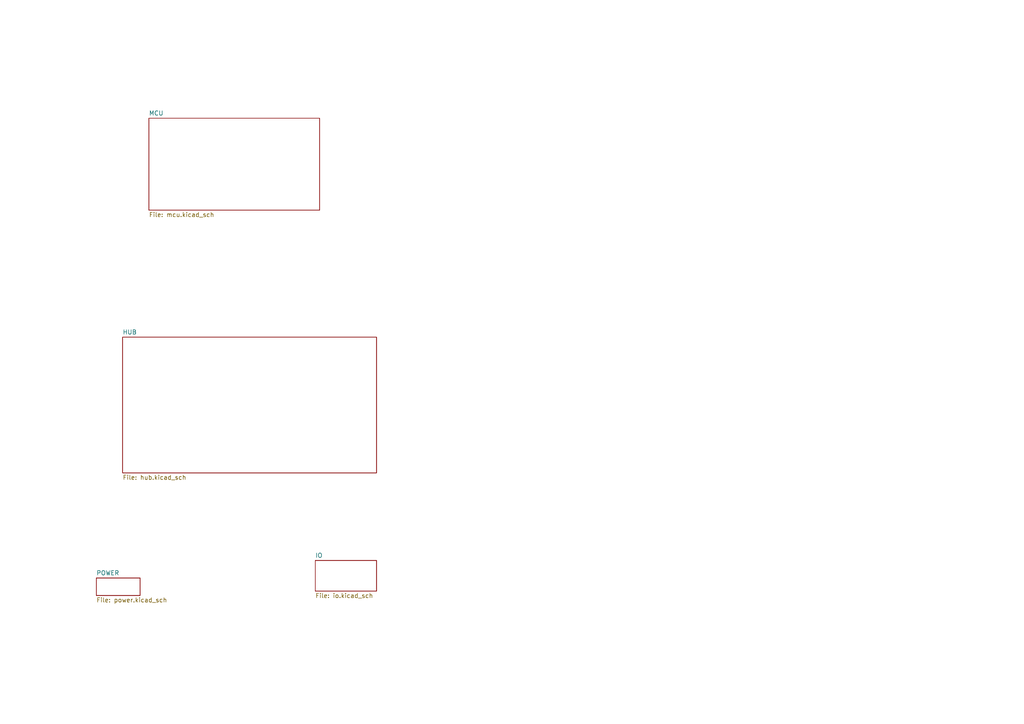
<source format=kicad_sch>
(kicad_sch
	(version 20250114)
	(generator "eeschema")
	(generator_version "9.0")
	(uuid "e69b44bb-f963-456e-a46f-d1d9383449a4")
	(paper "A4")
	(lib_symbols)
	(sheet
		(at 35.56 97.79)
		(size 73.66 39.37)
		(exclude_from_sim no)
		(in_bom yes)
		(on_board yes)
		(dnp no)
		(fields_autoplaced yes)
		(stroke
			(width 0.1524)
			(type solid)
		)
		(fill
			(color 0 0 0 0.0000)
		)
		(uuid "4f8875f1-a633-4058-a351-0caab4411522")
		(property "Sheetname" "HUB"
			(at 35.56 97.0784 0)
			(effects
				(font
					(size 1.27 1.27)
				)
				(justify left bottom)
			)
		)
		(property "Sheetfile" "hub.kicad_sch"
			(at 35.56 137.7446 0)
			(effects
				(font
					(size 1.27 1.27)
				)
				(justify left top)
			)
		)
		(instances
			(project "klp_expander"
				(path "/e69b44bb-f963-456e-a46f-d1d9383449a4"
					(page "4")
				)
			)
		)
	)
	(sheet
		(at 27.94 167.64)
		(size 12.7 5.08)
		(exclude_from_sim no)
		(in_bom yes)
		(on_board yes)
		(dnp no)
		(fields_autoplaced yes)
		(stroke
			(width 0.1524)
			(type solid)
		)
		(fill
			(color 0 0 0 0.0000)
		)
		(uuid "5257c698-ab0f-48bd-b36d-845ca93d7882")
		(property "Sheetname" "POWER"
			(at 27.94 166.9284 0)
			(effects
				(font
					(size 1.27 1.27)
				)
				(justify left bottom)
			)
		)
		(property "Sheetfile" "power.kicad_sch"
			(at 27.94 173.3046 0)
			(effects
				(font
					(size 1.27 1.27)
				)
				(justify left top)
			)
		)
		(instances
			(project "klp_expander"
				(path "/e69b44bb-f963-456e-a46f-d1d9383449a4"
					(page "3")
				)
			)
		)
	)
	(sheet
		(at 91.44 162.56)
		(size 17.78 8.89)
		(exclude_from_sim no)
		(in_bom yes)
		(on_board yes)
		(dnp no)
		(fields_autoplaced yes)
		(stroke
			(width 0.1524)
			(type solid)
		)
		(fill
			(color 0 0 0 0.0000)
		)
		(uuid "81f1b60b-4d4b-4670-9cba-a97fe260a734")
		(property "Sheetname" "IO"
			(at 91.44 161.8484 0)
			(effects
				(font
					(size 1.27 1.27)
				)
				(justify left bottom)
			)
		)
		(property "Sheetfile" "io.kicad_sch"
			(at 91.44 172.0346 0)
			(effects
				(font
					(size 1.27 1.27)
				)
				(justify left top)
			)
		)
		(instances
			(project "klp_expander"
				(path "/e69b44bb-f963-456e-a46f-d1d9383449a4"
					(page "5")
				)
			)
		)
	)
	(sheet
		(at 43.18 34.29)
		(size 49.53 26.67)
		(exclude_from_sim no)
		(in_bom yes)
		(on_board yes)
		(dnp no)
		(fields_autoplaced yes)
		(stroke
			(width 0.1524)
			(type solid)
		)
		(fill
			(color 0 0 0 0.0000)
		)
		(uuid "8295dd31-dbce-46a4-9c06-d9966032d812")
		(property "Sheetname" "MCU"
			(at 43.18 33.5784 0)
			(effects
				(font
					(size 1.27 1.27)
				)
				(justify left bottom)
			)
		)
		(property "Sheetfile" "mcu.kicad_sch"
			(at 43.18 61.5446 0)
			(effects
				(font
					(size 1.27 1.27)
				)
				(justify left top)
			)
		)
		(instances
			(project "klp_expander"
				(path "/e69b44bb-f963-456e-a46f-d1d9383449a4"
					(page "2")
				)
			)
		)
	)
	(sheet_instances
		(path "/"
			(page "1")
		)
	)
	(embedded_fonts no)
)

</source>
